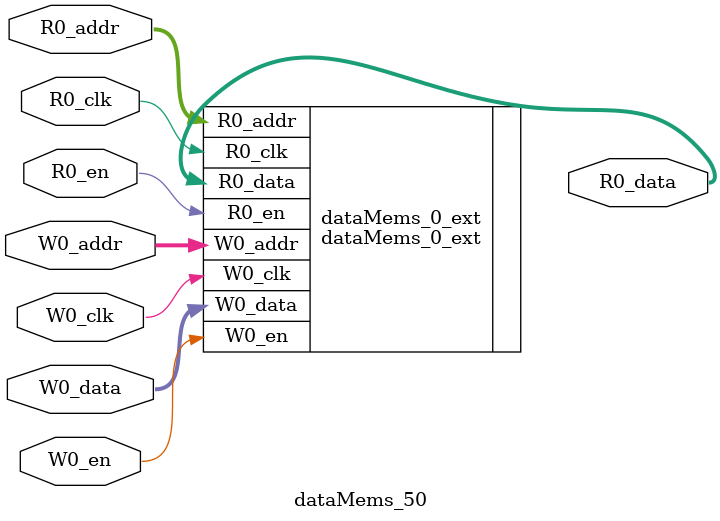
<source format=sv>
`ifndef RANDOMIZE
  `ifdef RANDOMIZE_REG_INIT
    `define RANDOMIZE
  `endif // RANDOMIZE_REG_INIT
`endif // not def RANDOMIZE
`ifndef RANDOMIZE
  `ifdef RANDOMIZE_MEM_INIT
    `define RANDOMIZE
  `endif // RANDOMIZE_MEM_INIT
`endif // not def RANDOMIZE

`ifndef RANDOM
  `define RANDOM $random
`endif // not def RANDOM

// Users can define 'PRINTF_COND' to add an extra gate to prints.
`ifndef PRINTF_COND_
  `ifdef PRINTF_COND
    `define PRINTF_COND_ (`PRINTF_COND)
  `else  // PRINTF_COND
    `define PRINTF_COND_ 1
  `endif // PRINTF_COND
`endif // not def PRINTF_COND_

// Users can define 'ASSERT_VERBOSE_COND' to add an extra gate to assert error printing.
`ifndef ASSERT_VERBOSE_COND_
  `ifdef ASSERT_VERBOSE_COND
    `define ASSERT_VERBOSE_COND_ (`ASSERT_VERBOSE_COND)
  `else  // ASSERT_VERBOSE_COND
    `define ASSERT_VERBOSE_COND_ 1
  `endif // ASSERT_VERBOSE_COND
`endif // not def ASSERT_VERBOSE_COND_

// Users can define 'STOP_COND' to add an extra gate to stop conditions.
`ifndef STOP_COND_
  `ifdef STOP_COND
    `define STOP_COND_ (`STOP_COND)
  `else  // STOP_COND
    `define STOP_COND_ 1
  `endif // STOP_COND
`endif // not def STOP_COND_

// Users can define INIT_RANDOM as general code that gets injected into the
// initializer block for modules with registers.
`ifndef INIT_RANDOM
  `define INIT_RANDOM
`endif // not def INIT_RANDOM

// If using random initialization, you can also define RANDOMIZE_DELAY to
// customize the delay used, otherwise 0.002 is used.
`ifndef RANDOMIZE_DELAY
  `define RANDOMIZE_DELAY 0.002
`endif // not def RANDOMIZE_DELAY

// Define INIT_RANDOM_PROLOG_ for use in our modules below.
`ifndef INIT_RANDOM_PROLOG_
  `ifdef RANDOMIZE
    `ifdef VERILATOR
      `define INIT_RANDOM_PROLOG_ `INIT_RANDOM
    `else  // VERILATOR
      `define INIT_RANDOM_PROLOG_ `INIT_RANDOM #`RANDOMIZE_DELAY begin end
    `endif // VERILATOR
  `else  // RANDOMIZE
    `define INIT_RANDOM_PROLOG_
  `endif // RANDOMIZE
`endif // not def INIT_RANDOM_PROLOG_

// Include register initializers in init blocks unless synthesis is set
`ifndef SYNTHESIS
  `ifndef ENABLE_INITIAL_REG_
    `define ENABLE_INITIAL_REG_
  `endif // not def ENABLE_INITIAL_REG_
`endif // not def SYNTHESIS

// Include rmemory initializers in init blocks unless synthesis is set
`ifndef SYNTHESIS
  `ifndef ENABLE_INITIAL_MEM_
    `define ENABLE_INITIAL_MEM_
  `endif // not def ENABLE_INITIAL_MEM_
`endif // not def SYNTHESIS

module dataMems_50(	// @[generators/ara/src/main/scala/UnsafeAXI4ToTL.scala:365:62]
  input  [4:0]   R0_addr,
  input          R0_en,
  input          R0_clk,
  output [514:0] R0_data,
  input  [4:0]   W0_addr,
  input          W0_en,
  input          W0_clk,
  input  [514:0] W0_data
);

  dataMems_0_ext dataMems_0_ext (	// @[generators/ara/src/main/scala/UnsafeAXI4ToTL.scala:365:62]
    .R0_addr (R0_addr),
    .R0_en   (R0_en),
    .R0_clk  (R0_clk),
    .R0_data (R0_data),
    .W0_addr (W0_addr),
    .W0_en   (W0_en),
    .W0_clk  (W0_clk),
    .W0_data (W0_data)
  );
endmodule


</source>
